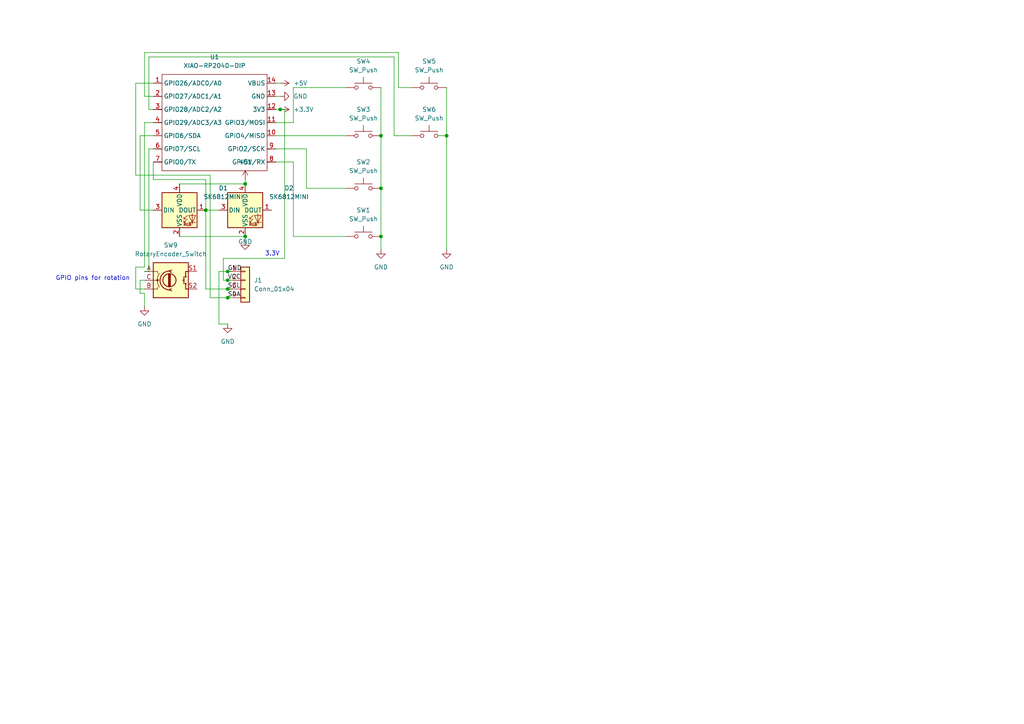
<source format=kicad_sch>
(kicad_sch
	(version 20250114)
	(generator "eeschema")
	(generator_version "9.0")
	(uuid "91f0b259-e73f-488e-b75e-2bf233f2c833")
	(paper "A4")
	(lib_symbols
		(symbol "Connector_Generic:Conn_01x04"
			(pin_names
				(offset 1.016)
				(hide yes)
			)
			(exclude_from_sim no)
			(in_bom yes)
			(on_board yes)
			(property "Reference" "J"
				(at 0 5.08 0)
				(effects
					(font
						(size 1.27 1.27)
					)
				)
			)
			(property "Value" "Conn_01x04"
				(at 0 -7.62 0)
				(effects
					(font
						(size 1.27 1.27)
					)
				)
			)
			(property "Footprint" ""
				(at 0 0 0)
				(effects
					(font
						(size 1.27 1.27)
					)
					(hide yes)
				)
			)
			(property "Datasheet" "~"
				(at 0 0 0)
				(effects
					(font
						(size 1.27 1.27)
					)
					(hide yes)
				)
			)
			(property "Description" "Generic connector, single row, 01x04, script generated (kicad-library-utils/schlib/autogen/connector/)"
				(at 0 0 0)
				(effects
					(font
						(size 1.27 1.27)
					)
					(hide yes)
				)
			)
			(property "ki_keywords" "connector"
				(at 0 0 0)
				(effects
					(font
						(size 1.27 1.27)
					)
					(hide yes)
				)
			)
			(property "ki_fp_filters" "Connector*:*_1x??_*"
				(at 0 0 0)
				(effects
					(font
						(size 1.27 1.27)
					)
					(hide yes)
				)
			)
			(symbol "Conn_01x04_1_1"
				(rectangle
					(start -1.27 3.81)
					(end 1.27 -6.35)
					(stroke
						(width 0.254)
						(type default)
					)
					(fill
						(type background)
					)
				)
				(rectangle
					(start -1.27 2.667)
					(end 0 2.413)
					(stroke
						(width 0.1524)
						(type default)
					)
					(fill
						(type none)
					)
				)
				(rectangle
					(start -1.27 0.127)
					(end 0 -0.127)
					(stroke
						(width 0.1524)
						(type default)
					)
					(fill
						(type none)
					)
				)
				(rectangle
					(start -1.27 -2.413)
					(end 0 -2.667)
					(stroke
						(width 0.1524)
						(type default)
					)
					(fill
						(type none)
					)
				)
				(rectangle
					(start -1.27 -4.953)
					(end 0 -5.207)
					(stroke
						(width 0.1524)
						(type default)
					)
					(fill
						(type none)
					)
				)
				(pin passive line
					(at -5.08 2.54 0)
					(length 3.81)
					(name "Pin_1"
						(effects
							(font
								(size 1.27 1.27)
							)
						)
					)
					(number "1"
						(effects
							(font
								(size 1.27 1.27)
							)
						)
					)
				)
				(pin passive line
					(at -5.08 0 0)
					(length 3.81)
					(name "Pin_2"
						(effects
							(font
								(size 1.27 1.27)
							)
						)
					)
					(number "2"
						(effects
							(font
								(size 1.27 1.27)
							)
						)
					)
				)
				(pin passive line
					(at -5.08 -2.54 0)
					(length 3.81)
					(name "Pin_3"
						(effects
							(font
								(size 1.27 1.27)
							)
						)
					)
					(number "3"
						(effects
							(font
								(size 1.27 1.27)
							)
						)
					)
				)
				(pin passive line
					(at -5.08 -5.08 0)
					(length 3.81)
					(name "Pin_4"
						(effects
							(font
								(size 1.27 1.27)
							)
						)
					)
					(number "4"
						(effects
							(font
								(size 1.27 1.27)
							)
						)
					)
				)
			)
			(embedded_fonts no)
		)
		(symbol "Device:RotaryEncoder_Switch"
			(pin_names
				(offset 0.254)
				(hide yes)
			)
			(exclude_from_sim no)
			(in_bom yes)
			(on_board yes)
			(property "Reference" "SW"
				(at 0 6.604 0)
				(effects
					(font
						(size 1.27 1.27)
					)
				)
			)
			(property "Value" "RotaryEncoder_Switch"
				(at 0 -6.604 0)
				(effects
					(font
						(size 1.27 1.27)
					)
				)
			)
			(property "Footprint" ""
				(at -3.81 4.064 0)
				(effects
					(font
						(size 1.27 1.27)
					)
					(hide yes)
				)
			)
			(property "Datasheet" "~"
				(at 0 6.604 0)
				(effects
					(font
						(size 1.27 1.27)
					)
					(hide yes)
				)
			)
			(property "Description" "Rotary encoder, dual channel, incremental quadrate outputs, with switch"
				(at 0 0 0)
				(effects
					(font
						(size 1.27 1.27)
					)
					(hide yes)
				)
			)
			(property "ki_keywords" "rotary switch encoder switch push button"
				(at 0 0 0)
				(effects
					(font
						(size 1.27 1.27)
					)
					(hide yes)
				)
			)
			(property "ki_fp_filters" "RotaryEncoder*Switch*"
				(at 0 0 0)
				(effects
					(font
						(size 1.27 1.27)
					)
					(hide yes)
				)
			)
			(symbol "RotaryEncoder_Switch_0_1"
				(rectangle
					(start -5.08 5.08)
					(end 5.08 -5.08)
					(stroke
						(width 0.254)
						(type default)
					)
					(fill
						(type background)
					)
				)
				(polyline
					(pts
						(xy -5.08 2.54) (xy -3.81 2.54) (xy -3.81 2.032)
					)
					(stroke
						(width 0)
						(type default)
					)
					(fill
						(type none)
					)
				)
				(polyline
					(pts
						(xy -5.08 0) (xy -3.81 0) (xy -3.81 -1.016) (xy -3.302 -2.032)
					)
					(stroke
						(width 0)
						(type default)
					)
					(fill
						(type none)
					)
				)
				(polyline
					(pts
						(xy -5.08 -2.54) (xy -3.81 -2.54) (xy -3.81 -2.032)
					)
					(stroke
						(width 0)
						(type default)
					)
					(fill
						(type none)
					)
				)
				(polyline
					(pts
						(xy -4.318 0) (xy -3.81 0) (xy -3.81 1.016) (xy -3.302 2.032)
					)
					(stroke
						(width 0)
						(type default)
					)
					(fill
						(type none)
					)
				)
				(circle
					(center -3.81 0)
					(radius 0.254)
					(stroke
						(width 0)
						(type default)
					)
					(fill
						(type outline)
					)
				)
				(polyline
					(pts
						(xy -0.635 -1.778) (xy -0.635 1.778)
					)
					(stroke
						(width 0.254)
						(type default)
					)
					(fill
						(type none)
					)
				)
				(circle
					(center -0.381 0)
					(radius 1.905)
					(stroke
						(width 0.254)
						(type default)
					)
					(fill
						(type none)
					)
				)
				(polyline
					(pts
						(xy -0.381 -1.778) (xy -0.381 1.778)
					)
					(stroke
						(width 0.254)
						(type default)
					)
					(fill
						(type none)
					)
				)
				(arc
					(start -0.381 -2.794)
					(mid -3.0988 -0.0635)
					(end -0.381 2.667)
					(stroke
						(width 0.254)
						(type default)
					)
					(fill
						(type none)
					)
				)
				(polyline
					(pts
						(xy -0.127 1.778) (xy -0.127 -1.778)
					)
					(stroke
						(width 0.254)
						(type default)
					)
					(fill
						(type none)
					)
				)
				(polyline
					(pts
						(xy 0.254 2.921) (xy -0.508 2.667) (xy 0.127 2.286)
					)
					(stroke
						(width 0.254)
						(type default)
					)
					(fill
						(type none)
					)
				)
				(polyline
					(pts
						(xy 0.254 -3.048) (xy -0.508 -2.794) (xy 0.127 -2.413)
					)
					(stroke
						(width 0.254)
						(type default)
					)
					(fill
						(type none)
					)
				)
				(polyline
					(pts
						(xy 3.81 1.016) (xy 3.81 -1.016)
					)
					(stroke
						(width 0.254)
						(type default)
					)
					(fill
						(type none)
					)
				)
				(polyline
					(pts
						(xy 3.81 0) (xy 3.429 0)
					)
					(stroke
						(width 0.254)
						(type default)
					)
					(fill
						(type none)
					)
				)
				(circle
					(center 4.318 1.016)
					(radius 0.127)
					(stroke
						(width 0.254)
						(type default)
					)
					(fill
						(type none)
					)
				)
				(circle
					(center 4.318 -1.016)
					(radius 0.127)
					(stroke
						(width 0.254)
						(type default)
					)
					(fill
						(type none)
					)
				)
				(polyline
					(pts
						(xy 5.08 2.54) (xy 4.318 2.54) (xy 4.318 1.016)
					)
					(stroke
						(width 0.254)
						(type default)
					)
					(fill
						(type none)
					)
				)
				(polyline
					(pts
						(xy 5.08 -2.54) (xy 4.318 -2.54) (xy 4.318 -1.016)
					)
					(stroke
						(width 0.254)
						(type default)
					)
					(fill
						(type none)
					)
				)
			)
			(symbol "RotaryEncoder_Switch_1_1"
				(pin passive line
					(at -7.62 2.54 0)
					(length 2.54)
					(name "A"
						(effects
							(font
								(size 1.27 1.27)
							)
						)
					)
					(number "A"
						(effects
							(font
								(size 1.27 1.27)
							)
						)
					)
				)
				(pin passive line
					(at -7.62 0 0)
					(length 2.54)
					(name "C"
						(effects
							(font
								(size 1.27 1.27)
							)
						)
					)
					(number "C"
						(effects
							(font
								(size 1.27 1.27)
							)
						)
					)
				)
				(pin passive line
					(at -7.62 -2.54 0)
					(length 2.54)
					(name "B"
						(effects
							(font
								(size 1.27 1.27)
							)
						)
					)
					(number "B"
						(effects
							(font
								(size 1.27 1.27)
							)
						)
					)
				)
				(pin passive line
					(at 7.62 2.54 180)
					(length 2.54)
					(name "S1"
						(effects
							(font
								(size 1.27 1.27)
							)
						)
					)
					(number "S1"
						(effects
							(font
								(size 1.27 1.27)
							)
						)
					)
				)
				(pin passive line
					(at 7.62 -2.54 180)
					(length 2.54)
					(name "S2"
						(effects
							(font
								(size 1.27 1.27)
							)
						)
					)
					(number "S2"
						(effects
							(font
								(size 1.27 1.27)
							)
						)
					)
				)
			)
			(embedded_fonts no)
		)
		(symbol "LED:SK6812MINI"
			(pin_names
				(offset 0.254)
			)
			(exclude_from_sim no)
			(in_bom yes)
			(on_board yes)
			(property "Reference" "D"
				(at 5.08 5.715 0)
				(effects
					(font
						(size 1.27 1.27)
					)
					(justify right bottom)
				)
			)
			(property "Value" "SK6812MINI"
				(at 1.27 -5.715 0)
				(effects
					(font
						(size 1.27 1.27)
					)
					(justify left top)
				)
			)
			(property "Footprint" "LED_SMD:LED_SK6812MINI_PLCC4_3.5x3.5mm_P1.75mm"
				(at 1.27 -7.62 0)
				(effects
					(font
						(size 1.27 1.27)
					)
					(justify left top)
					(hide yes)
				)
			)
			(property "Datasheet" "https://cdn-shop.adafruit.com/product-files/2686/SK6812MINI_REV.01-1-2.pdf"
				(at 2.54 -9.525 0)
				(effects
					(font
						(size 1.27 1.27)
					)
					(justify left top)
					(hide yes)
				)
			)
			(property "Description" "RGB LED with integrated controller"
				(at 0 0 0)
				(effects
					(font
						(size 1.27 1.27)
					)
					(hide yes)
				)
			)
			(property "ki_keywords" "RGB LED NeoPixel Mini addressable"
				(at 0 0 0)
				(effects
					(font
						(size 1.27 1.27)
					)
					(hide yes)
				)
			)
			(property "ki_fp_filters" "LED*SK6812MINI*PLCC*3.5x3.5mm*P1.75mm*"
				(at 0 0 0)
				(effects
					(font
						(size 1.27 1.27)
					)
					(hide yes)
				)
			)
			(symbol "SK6812MINI_0_0"
				(text "RGB"
					(at 2.286 -4.191 0)
					(effects
						(font
							(size 0.762 0.762)
						)
					)
				)
			)
			(symbol "SK6812MINI_0_1"
				(polyline
					(pts
						(xy 1.27 -2.54) (xy 1.778 -2.54)
					)
					(stroke
						(width 0)
						(type default)
					)
					(fill
						(type none)
					)
				)
				(polyline
					(pts
						(xy 1.27 -3.556) (xy 1.778 -3.556)
					)
					(stroke
						(width 0)
						(type default)
					)
					(fill
						(type none)
					)
				)
				(polyline
					(pts
						(xy 2.286 -1.524) (xy 1.27 -2.54) (xy 1.27 -2.032)
					)
					(stroke
						(width 0)
						(type default)
					)
					(fill
						(type none)
					)
				)
				(polyline
					(pts
						(xy 2.286 -2.54) (xy 1.27 -3.556) (xy 1.27 -3.048)
					)
					(stroke
						(width 0)
						(type default)
					)
					(fill
						(type none)
					)
				)
				(polyline
					(pts
						(xy 3.683 -1.016) (xy 3.683 -3.556) (xy 3.683 -4.064)
					)
					(stroke
						(width 0)
						(type default)
					)
					(fill
						(type none)
					)
				)
				(polyline
					(pts
						(xy 4.699 -1.524) (xy 2.667 -1.524) (xy 3.683 -3.556) (xy 4.699 -1.524)
					)
					(stroke
						(width 0)
						(type default)
					)
					(fill
						(type none)
					)
				)
				(polyline
					(pts
						(xy 4.699 -3.556) (xy 2.667 -3.556)
					)
					(stroke
						(width 0)
						(type default)
					)
					(fill
						(type none)
					)
				)
				(rectangle
					(start 5.08 5.08)
					(end -5.08 -5.08)
					(stroke
						(width 0.254)
						(type default)
					)
					(fill
						(type background)
					)
				)
			)
			(symbol "SK6812MINI_1_1"
				(pin input line
					(at -7.62 0 0)
					(length 2.54)
					(name "DIN"
						(effects
							(font
								(size 1.27 1.27)
							)
						)
					)
					(number "3"
						(effects
							(font
								(size 1.27 1.27)
							)
						)
					)
				)
				(pin power_in line
					(at 0 7.62 270)
					(length 2.54)
					(name "VDD"
						(effects
							(font
								(size 1.27 1.27)
							)
						)
					)
					(number "4"
						(effects
							(font
								(size 1.27 1.27)
							)
						)
					)
				)
				(pin power_in line
					(at 0 -7.62 90)
					(length 2.54)
					(name "VSS"
						(effects
							(font
								(size 1.27 1.27)
							)
						)
					)
					(number "2"
						(effects
							(font
								(size 1.27 1.27)
							)
						)
					)
				)
				(pin output line
					(at 7.62 0 180)
					(length 2.54)
					(name "DOUT"
						(effects
							(font
								(size 1.27 1.27)
							)
						)
					)
					(number "1"
						(effects
							(font
								(size 1.27 1.27)
							)
						)
					)
				)
			)
			(embedded_fonts no)
		)
		(symbol "OPL Lib:XIAO-RP2040-DIP"
			(exclude_from_sim no)
			(in_bom yes)
			(on_board yes)
			(property "Reference" "U"
				(at 0 0 0)
				(effects
					(font
						(size 1.27 1.27)
					)
				)
			)
			(property "Value" "XIAO-RP2040-DIP"
				(at 5.334 -1.778 0)
				(effects
					(font
						(size 1.27 1.27)
					)
				)
			)
			(property "Footprint" "Module:MOUDLE14P-XIAO-DIP-SMD"
				(at 14.478 -32.258 0)
				(effects
					(font
						(size 1.27 1.27)
					)
					(hide yes)
				)
			)
			(property "Datasheet" ""
				(at 0 0 0)
				(effects
					(font
						(size 1.27 1.27)
					)
					(hide yes)
				)
			)
			(property "Description" ""
				(at 0 0 0)
				(effects
					(font
						(size 1.27 1.27)
					)
					(hide yes)
				)
			)
			(symbol "XIAO-RP2040-DIP_1_0"
				(polyline
					(pts
						(xy -1.27 -2.54) (xy 29.21 -2.54)
					)
					(stroke
						(width 0.1524)
						(type solid)
					)
					(fill
						(type none)
					)
				)
				(polyline
					(pts
						(xy -1.27 -5.08) (xy -2.54 -5.08)
					)
					(stroke
						(width 0.1524)
						(type solid)
					)
					(fill
						(type none)
					)
				)
				(polyline
					(pts
						(xy -1.27 -5.08) (xy -1.27 -2.54)
					)
					(stroke
						(width 0.1524)
						(type solid)
					)
					(fill
						(type none)
					)
				)
				(polyline
					(pts
						(xy -1.27 -8.89) (xy -2.54 -8.89)
					)
					(stroke
						(width 0.1524)
						(type solid)
					)
					(fill
						(type none)
					)
				)
				(polyline
					(pts
						(xy -1.27 -8.89) (xy -1.27 -5.08)
					)
					(stroke
						(width 0.1524)
						(type solid)
					)
					(fill
						(type none)
					)
				)
				(polyline
					(pts
						(xy -1.27 -12.7) (xy -2.54 -12.7)
					)
					(stroke
						(width 0.1524)
						(type solid)
					)
					(fill
						(type none)
					)
				)
				(polyline
					(pts
						(xy -1.27 -12.7) (xy -1.27 -8.89)
					)
					(stroke
						(width 0.1524)
						(type solid)
					)
					(fill
						(type none)
					)
				)
				(polyline
					(pts
						(xy -1.27 -16.51) (xy -2.54 -16.51)
					)
					(stroke
						(width 0.1524)
						(type solid)
					)
					(fill
						(type none)
					)
				)
				(polyline
					(pts
						(xy -1.27 -16.51) (xy -1.27 -12.7)
					)
					(stroke
						(width 0.1524)
						(type solid)
					)
					(fill
						(type none)
					)
				)
				(polyline
					(pts
						(xy -1.27 -20.32) (xy -2.54 -20.32)
					)
					(stroke
						(width 0.1524)
						(type solid)
					)
					(fill
						(type none)
					)
				)
				(polyline
					(pts
						(xy -1.27 -24.13) (xy -2.54 -24.13)
					)
					(stroke
						(width 0.1524)
						(type solid)
					)
					(fill
						(type none)
					)
				)
				(polyline
					(pts
						(xy -1.27 -27.94) (xy -2.54 -27.94)
					)
					(stroke
						(width 0.1524)
						(type solid)
					)
					(fill
						(type none)
					)
				)
				(polyline
					(pts
						(xy -1.27 -30.48) (xy -1.27 -16.51)
					)
					(stroke
						(width 0.1524)
						(type solid)
					)
					(fill
						(type none)
					)
				)
				(polyline
					(pts
						(xy 29.21 -2.54) (xy 29.21 -5.08)
					)
					(stroke
						(width 0.1524)
						(type solid)
					)
					(fill
						(type none)
					)
				)
				(polyline
					(pts
						(xy 29.21 -5.08) (xy 29.21 -8.89)
					)
					(stroke
						(width 0.1524)
						(type solid)
					)
					(fill
						(type none)
					)
				)
				(polyline
					(pts
						(xy 29.21 -8.89) (xy 29.21 -12.7)
					)
					(stroke
						(width 0.1524)
						(type solid)
					)
					(fill
						(type none)
					)
				)
				(polyline
					(pts
						(xy 29.21 -12.7) (xy 29.21 -30.48)
					)
					(stroke
						(width 0.1524)
						(type solid)
					)
					(fill
						(type none)
					)
				)
				(polyline
					(pts
						(xy 29.21 -30.48) (xy -1.27 -30.48)
					)
					(stroke
						(width 0.1524)
						(type solid)
					)
					(fill
						(type none)
					)
				)
				(polyline
					(pts
						(xy 30.48 -5.08) (xy 29.21 -5.08)
					)
					(stroke
						(width 0.1524)
						(type solid)
					)
					(fill
						(type none)
					)
				)
				(polyline
					(pts
						(xy 30.48 -8.89) (xy 29.21 -8.89)
					)
					(stroke
						(width 0.1524)
						(type solid)
					)
					(fill
						(type none)
					)
				)
				(polyline
					(pts
						(xy 30.48 -12.7) (xy 29.21 -12.7)
					)
					(stroke
						(width 0.1524)
						(type solid)
					)
					(fill
						(type none)
					)
				)
				(polyline
					(pts
						(xy 30.48 -16.51) (xy 29.21 -16.51)
					)
					(stroke
						(width 0.1524)
						(type solid)
					)
					(fill
						(type none)
					)
				)
				(polyline
					(pts
						(xy 30.48 -20.32) (xy 29.21 -20.32)
					)
					(stroke
						(width 0.1524)
						(type solid)
					)
					(fill
						(type none)
					)
				)
				(polyline
					(pts
						(xy 30.48 -24.13) (xy 29.21 -24.13)
					)
					(stroke
						(width 0.1524)
						(type solid)
					)
					(fill
						(type none)
					)
				)
				(polyline
					(pts
						(xy 30.48 -27.94) (xy 29.21 -27.94)
					)
					(stroke
						(width 0.1524)
						(type solid)
					)
					(fill
						(type none)
					)
				)
				(pin passive line
					(at -3.81 -5.08 0)
					(length 2.54)
					(name "GPIO26/ADC0/A0"
						(effects
							(font
								(size 1.27 1.27)
							)
						)
					)
					(number "1"
						(effects
							(font
								(size 1.27 1.27)
							)
						)
					)
				)
				(pin passive line
					(at -3.81 -8.89 0)
					(length 2.54)
					(name "GPIO27/ADC1/A1"
						(effects
							(font
								(size 1.27 1.27)
							)
						)
					)
					(number "2"
						(effects
							(font
								(size 1.27 1.27)
							)
						)
					)
				)
				(pin passive line
					(at -3.81 -12.7 0)
					(length 2.54)
					(name "GPIO28/ADC2/A2"
						(effects
							(font
								(size 1.27 1.27)
							)
						)
					)
					(number "3"
						(effects
							(font
								(size 1.27 1.27)
							)
						)
					)
				)
				(pin passive line
					(at -3.81 -16.51 0)
					(length 2.54)
					(name "GPIO29/ADC3/A3"
						(effects
							(font
								(size 1.27 1.27)
							)
						)
					)
					(number "4"
						(effects
							(font
								(size 1.27 1.27)
							)
						)
					)
				)
				(pin passive line
					(at -3.81 -20.32 0)
					(length 2.54)
					(name "GPIO6/SDA"
						(effects
							(font
								(size 1.27 1.27)
							)
						)
					)
					(number "5"
						(effects
							(font
								(size 1.27 1.27)
							)
						)
					)
				)
				(pin passive line
					(at -3.81 -24.13 0)
					(length 2.54)
					(name "GPIO7/SCL"
						(effects
							(font
								(size 1.27 1.27)
							)
						)
					)
					(number "6"
						(effects
							(font
								(size 1.27 1.27)
							)
						)
					)
				)
				(pin passive line
					(at -3.81 -27.94 0)
					(length 2.54)
					(name "GPIO0/TX"
						(effects
							(font
								(size 1.27 1.27)
							)
						)
					)
					(number "7"
						(effects
							(font
								(size 1.27 1.27)
							)
						)
					)
				)
				(pin passive line
					(at 31.75 -5.08 180)
					(length 2.54)
					(name "VBUS"
						(effects
							(font
								(size 1.27 1.27)
							)
						)
					)
					(number "14"
						(effects
							(font
								(size 1.27 1.27)
							)
						)
					)
				)
				(pin passive line
					(at 31.75 -8.89 180)
					(length 2.54)
					(name "GND"
						(effects
							(font
								(size 1.27 1.27)
							)
						)
					)
					(number "13"
						(effects
							(font
								(size 1.27 1.27)
							)
						)
					)
				)
				(pin passive line
					(at 31.75 -12.7 180)
					(length 2.54)
					(name "3V3"
						(effects
							(font
								(size 1.27 1.27)
							)
						)
					)
					(number "12"
						(effects
							(font
								(size 1.27 1.27)
							)
						)
					)
				)
				(pin passive line
					(at 31.75 -16.51 180)
					(length 2.54)
					(name "GPIO3/MOSI"
						(effects
							(font
								(size 1.27 1.27)
							)
						)
					)
					(number "11"
						(effects
							(font
								(size 1.27 1.27)
							)
						)
					)
				)
				(pin passive line
					(at 31.75 -20.32 180)
					(length 2.54)
					(name "GPIO4/MISO"
						(effects
							(font
								(size 1.27 1.27)
							)
						)
					)
					(number "10"
						(effects
							(font
								(size 1.27 1.27)
							)
						)
					)
				)
				(pin passive line
					(at 31.75 -24.13 180)
					(length 2.54)
					(name "GPIO2/SCK"
						(effects
							(font
								(size 1.27 1.27)
							)
						)
					)
					(number "9"
						(effects
							(font
								(size 1.27 1.27)
							)
						)
					)
				)
				(pin passive line
					(at 31.75 -27.94 180)
					(length 2.54)
					(name "GPIO1/RX"
						(effects
							(font
								(size 1.27 1.27)
							)
						)
					)
					(number "8"
						(effects
							(font
								(size 1.27 1.27)
							)
						)
					)
				)
			)
			(embedded_fonts no)
		)
		(symbol "Switch:SW_Push"
			(pin_numbers
				(hide yes)
			)
			(pin_names
				(offset 1.016)
				(hide yes)
			)
			(exclude_from_sim no)
			(in_bom yes)
			(on_board yes)
			(property "Reference" "SW"
				(at 1.27 2.54 0)
				(effects
					(font
						(size 1.27 1.27)
					)
					(justify left)
				)
			)
			(property "Value" "SW_Push"
				(at 0 -1.524 0)
				(effects
					(font
						(size 1.27 1.27)
					)
				)
			)
			(property "Footprint" ""
				(at 0 5.08 0)
				(effects
					(font
						(size 1.27 1.27)
					)
					(hide yes)
				)
			)
			(property "Datasheet" "~"
				(at 0 5.08 0)
				(effects
					(font
						(size 1.27 1.27)
					)
					(hide yes)
				)
			)
			(property "Description" "Push button switch, generic, two pins"
				(at 0 0 0)
				(effects
					(font
						(size 1.27 1.27)
					)
					(hide yes)
				)
			)
			(property "ki_keywords" "switch normally-open pushbutton push-button"
				(at 0 0 0)
				(effects
					(font
						(size 1.27 1.27)
					)
					(hide yes)
				)
			)
			(symbol "SW_Push_0_1"
				(circle
					(center -2.032 0)
					(radius 0.508)
					(stroke
						(width 0)
						(type default)
					)
					(fill
						(type none)
					)
				)
				(polyline
					(pts
						(xy 0 1.27) (xy 0 3.048)
					)
					(stroke
						(width 0)
						(type default)
					)
					(fill
						(type none)
					)
				)
				(circle
					(center 2.032 0)
					(radius 0.508)
					(stroke
						(width 0)
						(type default)
					)
					(fill
						(type none)
					)
				)
				(polyline
					(pts
						(xy 2.54 1.27) (xy -2.54 1.27)
					)
					(stroke
						(width 0)
						(type default)
					)
					(fill
						(type none)
					)
				)
				(pin passive line
					(at -5.08 0 0)
					(length 2.54)
					(name "1"
						(effects
							(font
								(size 1.27 1.27)
							)
						)
					)
					(number "1"
						(effects
							(font
								(size 1.27 1.27)
							)
						)
					)
				)
				(pin passive line
					(at 5.08 0 180)
					(length 2.54)
					(name "2"
						(effects
							(font
								(size 1.27 1.27)
							)
						)
					)
					(number "2"
						(effects
							(font
								(size 1.27 1.27)
							)
						)
					)
				)
			)
			(embedded_fonts no)
		)
		(symbol "power:+3.3V"
			(power)
			(pin_numbers
				(hide yes)
			)
			(pin_names
				(offset 0)
				(hide yes)
			)
			(exclude_from_sim no)
			(in_bom yes)
			(on_board yes)
			(property "Reference" "#PWR"
				(at 0 -3.81 0)
				(effects
					(font
						(size 1.27 1.27)
					)
					(hide yes)
				)
			)
			(property "Value" "+3.3V"
				(at 0 3.556 0)
				(effects
					(font
						(size 1.27 1.27)
					)
				)
			)
			(property "Footprint" ""
				(at 0 0 0)
				(effects
					(font
						(size 1.27 1.27)
					)
					(hide yes)
				)
			)
			(property "Datasheet" ""
				(at 0 0 0)
				(effects
					(font
						(size 1.27 1.27)
					)
					(hide yes)
				)
			)
			(property "Description" "Power symbol creates a global label with name \"+3.3V\""
				(at 0 0 0)
				(effects
					(font
						(size 1.27 1.27)
					)
					(hide yes)
				)
			)
			(property "ki_keywords" "global power"
				(at 0 0 0)
				(effects
					(font
						(size 1.27 1.27)
					)
					(hide yes)
				)
			)
			(symbol "+3.3V_0_1"
				(polyline
					(pts
						(xy -0.762 1.27) (xy 0 2.54)
					)
					(stroke
						(width 0)
						(type default)
					)
					(fill
						(type none)
					)
				)
				(polyline
					(pts
						(xy 0 2.54) (xy 0.762 1.27)
					)
					(stroke
						(width 0)
						(type default)
					)
					(fill
						(type none)
					)
				)
				(polyline
					(pts
						(xy 0 0) (xy 0 2.54)
					)
					(stroke
						(width 0)
						(type default)
					)
					(fill
						(type none)
					)
				)
			)
			(symbol "+3.3V_1_1"
				(pin power_in line
					(at 0 0 90)
					(length 0)
					(name "~"
						(effects
							(font
								(size 1.27 1.27)
							)
						)
					)
					(number "1"
						(effects
							(font
								(size 1.27 1.27)
							)
						)
					)
				)
			)
			(embedded_fonts no)
		)
		(symbol "power:+5V"
			(power)
			(pin_numbers
				(hide yes)
			)
			(pin_names
				(offset 0)
				(hide yes)
			)
			(exclude_from_sim no)
			(in_bom yes)
			(on_board yes)
			(property "Reference" "#PWR"
				(at 0 -3.81 0)
				(effects
					(font
						(size 1.27 1.27)
					)
					(hide yes)
				)
			)
			(property "Value" "+5V"
				(at 0 3.556 0)
				(effects
					(font
						(size 1.27 1.27)
					)
				)
			)
			(property "Footprint" ""
				(at 0 0 0)
				(effects
					(font
						(size 1.27 1.27)
					)
					(hide yes)
				)
			)
			(property "Datasheet" ""
				(at 0 0 0)
				(effects
					(font
						(size 1.27 1.27)
					)
					(hide yes)
				)
			)
			(property "Description" "Power symbol creates a global label with name \"+5V\""
				(at 0 0 0)
				(effects
					(font
						(size 1.27 1.27)
					)
					(hide yes)
				)
			)
			(property "ki_keywords" "global power"
				(at 0 0 0)
				(effects
					(font
						(size 1.27 1.27)
					)
					(hide yes)
				)
			)
			(symbol "+5V_0_1"
				(polyline
					(pts
						(xy -0.762 1.27) (xy 0 2.54)
					)
					(stroke
						(width 0)
						(type default)
					)
					(fill
						(type none)
					)
				)
				(polyline
					(pts
						(xy 0 2.54) (xy 0.762 1.27)
					)
					(stroke
						(width 0)
						(type default)
					)
					(fill
						(type none)
					)
				)
				(polyline
					(pts
						(xy 0 0) (xy 0 2.54)
					)
					(stroke
						(width 0)
						(type default)
					)
					(fill
						(type none)
					)
				)
			)
			(symbol "+5V_1_1"
				(pin power_in line
					(at 0 0 90)
					(length 0)
					(name "~"
						(effects
							(font
								(size 1.27 1.27)
							)
						)
					)
					(number "1"
						(effects
							(font
								(size 1.27 1.27)
							)
						)
					)
				)
			)
			(embedded_fonts no)
		)
		(symbol "power:GND"
			(power)
			(pin_numbers
				(hide yes)
			)
			(pin_names
				(offset 0)
				(hide yes)
			)
			(exclude_from_sim no)
			(in_bom yes)
			(on_board yes)
			(property "Reference" "#PWR"
				(at 0 -6.35 0)
				(effects
					(font
						(size 1.27 1.27)
					)
					(hide yes)
				)
			)
			(property "Value" "GND"
				(at 0 -3.81 0)
				(effects
					(font
						(size 1.27 1.27)
					)
				)
			)
			(property "Footprint" ""
				(at 0 0 0)
				(effects
					(font
						(size 1.27 1.27)
					)
					(hide yes)
				)
			)
			(property "Datasheet" ""
				(at 0 0 0)
				(effects
					(font
						(size 1.27 1.27)
					)
					(hide yes)
				)
			)
			(property "Description" "Power symbol creates a global label with name \"GND\" , ground"
				(at 0 0 0)
				(effects
					(font
						(size 1.27 1.27)
					)
					(hide yes)
				)
			)
			(property "ki_keywords" "global power"
				(at 0 0 0)
				(effects
					(font
						(size 1.27 1.27)
					)
					(hide yes)
				)
			)
			(symbol "GND_0_1"
				(polyline
					(pts
						(xy 0 0) (xy 0 -1.27) (xy 1.27 -1.27) (xy 0 -2.54) (xy -1.27 -1.27) (xy 0 -1.27)
					)
					(stroke
						(width 0)
						(type default)
					)
					(fill
						(type none)
					)
				)
			)
			(symbol "GND_1_1"
				(pin power_in line
					(at 0 0 270)
					(length 0)
					(name "~"
						(effects
							(font
								(size 1.27 1.27)
							)
						)
					)
					(number "1"
						(effects
							(font
								(size 1.27 1.27)
							)
						)
					)
				)
			)
			(embedded_fonts no)
		)
	)
	(text "GPIO pins for rotation"
		(exclude_from_sim no)
		(at 26.924 80.772 0)
		(effects
			(font
				(size 1.27 1.27)
			)
		)
		(uuid "25fa67a8-69ea-4ffd-8477-887bcf6c48d9")
	)
	(text "3.3V"
		(exclude_from_sim no)
		(at 78.994 73.66 0)
		(effects
			(font
				(size 1.27 1.27)
			)
		)
		(uuid "3dee65fd-d870-44a5-a8ca-6fec0a73009c")
	)
	(junction
		(at 66.04 83.82)
		(diameter 0)
		(color 0 0 0 0)
		(uuid "0b775be2-4856-4b21-a3e3-e6e76bc9651f")
	)
	(junction
		(at 66.04 78.74)
		(diameter 0)
		(color 0 0 0 0)
		(uuid "15778969-9826-4336-8f9f-6e28d54a6afe")
	)
	(junction
		(at 110.49 68.58)
		(diameter 0)
		(color 0 0 0 0)
		(uuid "18c576a6-7c9c-4338-8c3f-ba12073f9b32")
	)
	(junction
		(at 66.04 81.28)
		(diameter 0)
		(color 0 0 0 0)
		(uuid "30a81bcf-633d-43ad-9362-99de04d47f8a")
	)
	(junction
		(at 110.49 39.37)
		(diameter 0)
		(color 0 0 0 0)
		(uuid "31859cf2-20a7-4daf-9544-f26463f4448e")
	)
	(junction
		(at 66.04 86.36)
		(diameter 0)
		(color 0 0 0 0)
		(uuid "435f52b0-c38b-476b-a093-61370b4e4ec3")
	)
	(junction
		(at 110.49 54.61)
		(diameter 0)
		(color 0 0 0 0)
		(uuid "77911b1c-7b9c-455a-906d-c9361c65d02f")
	)
	(junction
		(at 81.28 31.75)
		(diameter 0)
		(color 0 0 0 0)
		(uuid "82de6f16-80c2-471c-ba05-1afb23216499")
	)
	(junction
		(at 71.12 53.34)
		(diameter 0)
		(color 0 0 0 0)
		(uuid "9a541623-3abf-486e-beba-55aa3facbaf8")
	)
	(junction
		(at 59.69 60.96)
		(diameter 0)
		(color 0 0 0 0)
		(uuid "de6ec0cc-b26a-4cf2-ab40-ab6892352ba5")
	)
	(junction
		(at 71.12 68.58)
		(diameter 0)
		(color 0 0 0 0)
		(uuid "f16e6405-6d88-46a3-98e1-5493e3f08209")
	)
	(junction
		(at 129.54 39.37)
		(diameter 0)
		(color 0 0 0 0)
		(uuid "faf7dab7-8ec0-40b1-a15c-2c24d3b0dc51")
	)
	(wire
		(pts
			(xy 110.49 25.4) (xy 110.49 39.37)
		)
		(stroke
			(width 0)
			(type default)
		)
		(uuid "0bd79175-446e-43a4-bdbb-80ee2b81fa4a")
	)
	(wire
		(pts
			(xy 59.69 60.96) (xy 63.5 60.96)
		)
		(stroke
			(width 0)
			(type default)
		)
		(uuid "0f62f77f-daf9-46e0-902b-0f766697a7dd")
	)
	(wire
		(pts
			(xy 71.12 52.07) (xy 71.12 53.34)
		)
		(stroke
			(width 0)
			(type default)
		)
		(uuid "13cd7254-681e-4dd8-9b0c-daee0e5c82df")
	)
	(wire
		(pts
			(xy 119.38 39.37) (xy 114.3 39.37)
		)
		(stroke
			(width 0)
			(type default)
		)
		(uuid "17b3b0be-58e3-4f63-9d51-8ac7dd4aaa58")
	)
	(wire
		(pts
			(xy 40.64 81.28) (xy 41.91 81.28)
		)
		(stroke
			(width 0)
			(type default)
		)
		(uuid "188fe697-f411-4062-a8b5-1c313686632f")
	)
	(wire
		(pts
			(xy 80.01 24.13) (xy 81.28 24.13)
		)
		(stroke
			(width 0)
			(type default)
		)
		(uuid "1cc6717b-a17d-4244-93b8-149629b8ff20")
	)
	(wire
		(pts
			(xy 44.45 35.56) (xy 41.91 35.56)
		)
		(stroke
			(width 0)
			(type default)
		)
		(uuid "2384d6f6-aaf0-4c8c-b16f-be499c0da5cd")
	)
	(wire
		(pts
			(xy 39.37 77.47) (xy 39.37 83.82)
		)
		(stroke
			(width 0)
			(type default)
		)
		(uuid "2a41b265-b19b-43a7-8b59-94c85b4f828e")
	)
	(wire
		(pts
			(xy 66.04 78.74) (xy 63.5 78.74)
		)
		(stroke
			(width 0)
			(type default)
		)
		(uuid "2adf2e01-951d-4a31-b75c-75e61118c8cb")
	)
	(wire
		(pts
			(xy 80.01 43.18) (xy 88.9 43.18)
		)
		(stroke
			(width 0)
			(type default)
		)
		(uuid "334605a7-30fb-473a-867a-8d8025ff84b3")
	)
	(wire
		(pts
			(xy 44.45 60.96) (xy 40.64 60.96)
		)
		(stroke
			(width 0)
			(type default)
		)
		(uuid "380659e0-fdad-4e68-9226-b430dd73dd82")
	)
	(wire
		(pts
			(xy 67.31 83.82) (xy 66.04 83.82)
		)
		(stroke
			(width 0)
			(type default)
		)
		(uuid "393a104b-6faf-4e7a-9176-af2de772f68e")
	)
	(wire
		(pts
			(xy 114.3 39.37) (xy 114.3 16.51)
		)
		(stroke
			(width 0)
			(type default)
		)
		(uuid "3a7bd1cc-4601-4682-a163-8427734175bb")
	)
	(wire
		(pts
			(xy 66.04 81.28) (xy 64.77 81.28)
		)
		(stroke
			(width 0)
			(type default)
		)
		(uuid "3cc86135-1375-4f08-bc96-bbc3ffbf6eeb")
	)
	(wire
		(pts
			(xy 110.49 72.39) (xy 110.49 68.58)
		)
		(stroke
			(width 0)
			(type default)
		)
		(uuid "3d0cf1b0-2458-4f21-8f60-a29dac630f9e")
	)
	(wire
		(pts
			(xy 85.09 68.58) (xy 85.09 46.99)
		)
		(stroke
			(width 0)
			(type default)
		)
		(uuid "3dcc6253-5d22-4b02-9ec4-3f471d2edb56")
	)
	(wire
		(pts
			(xy 41.91 35.56) (xy 41.91 77.47)
		)
		(stroke
			(width 0)
			(type default)
		)
		(uuid "42723612-b558-41a6-81df-0e0d8cf4732c")
	)
	(wire
		(pts
			(xy 82.55 31.75) (xy 81.28 31.75)
		)
		(stroke
			(width 0)
			(type default)
		)
		(uuid "47197238-2f50-4191-9118-19c6de5d7ebe")
	)
	(wire
		(pts
			(xy 44.45 52.07) (xy 44.45 46.99)
		)
		(stroke
			(width 0)
			(type default)
		)
		(uuid "4ebd5400-5d23-48f0-b6c3-b8909ebffa10")
	)
	(wire
		(pts
			(xy 115.57 25.4) (xy 115.57 15.24)
		)
		(stroke
			(width 0)
			(type default)
		)
		(uuid "51ef79b5-1c70-4972-b84b-40dacac69bfb")
	)
	(wire
		(pts
			(xy 60.96 50.8) (xy 39.37 50.8)
		)
		(stroke
			(width 0)
			(type default)
		)
		(uuid "55d7ab81-5c1a-47e2-bb65-17e668f07a2d")
	)
	(wire
		(pts
			(xy 100.33 68.58) (xy 85.09 68.58)
		)
		(stroke
			(width 0)
			(type default)
		)
		(uuid "586d8b05-4a17-4895-bee0-b160c6e27135")
	)
	(wire
		(pts
			(xy 127 39.37) (xy 129.54 39.37)
		)
		(stroke
			(width 0)
			(type default)
		)
		(uuid "5b432c40-b3d7-4ac9-b017-90952c73726a")
	)
	(wire
		(pts
			(xy 39.37 24.13) (xy 44.45 24.13)
		)
		(stroke
			(width 0)
			(type default)
		)
		(uuid "5c2055cb-9d50-463f-a086-fb50926880ee")
	)
	(wire
		(pts
			(xy 43.18 78.74) (xy 41.91 78.74)
		)
		(stroke
			(width 0)
			(type default)
		)
		(uuid "63e67bb0-3992-4346-a3ca-052c3b59f9f7")
	)
	(wire
		(pts
			(xy 43.18 43.18) (xy 43.18 78.74)
		)
		(stroke
			(width 0)
			(type default)
		)
		(uuid "64b5c34b-f8f1-495a-b8c1-20087a0d57f6")
	)
	(wire
		(pts
			(xy 66.04 86.36) (xy 60.96 86.36)
		)
		(stroke
			(width 0)
			(type default)
		)
		(uuid "66ebbccf-3f52-419f-8123-1a22ca466bc3")
	)
	(wire
		(pts
			(xy 66.04 83.82) (xy 59.69 83.82)
		)
		(stroke
			(width 0)
			(type default)
		)
		(uuid "6eb5cd7f-a173-491b-8521-78b7e48fc465")
	)
	(wire
		(pts
			(xy 110.49 54.61) (xy 110.49 68.58)
		)
		(stroke
			(width 0)
			(type default)
		)
		(uuid "70e3e80d-c78c-4ac7-a92e-dbeba3a53119")
	)
	(wire
		(pts
			(xy 114.3 16.51) (xy 43.18 16.51)
		)
		(stroke
			(width 0)
			(type default)
		)
		(uuid "77136f80-1333-4ef2-b6cd-0e441aaae67b")
	)
	(wire
		(pts
			(xy 64.77 81.28) (xy 64.77 74.93)
		)
		(stroke
			(width 0)
			(type default)
		)
		(uuid "79c19bc1-5c2d-47b2-bfdb-5ee99e5ee248")
	)
	(wire
		(pts
			(xy 41.91 77.47) (xy 39.37 77.47)
		)
		(stroke
			(width 0)
			(type default)
		)
		(uuid "8002c9db-b3d6-4beb-b959-4b8954c78452")
	)
	(wire
		(pts
			(xy 59.69 60.96) (xy 59.69 83.82)
		)
		(stroke
			(width 0)
			(type default)
		)
		(uuid "8079fd63-31d5-4593-a880-d68635bbfdc9")
	)
	(wire
		(pts
			(xy 40.64 60.96) (xy 40.64 39.37)
		)
		(stroke
			(width 0)
			(type default)
		)
		(uuid "8200bf84-9577-4e4d-80b9-1fa16278985a")
	)
	(wire
		(pts
			(xy 80.01 39.37) (xy 100.33 39.37)
		)
		(stroke
			(width 0)
			(type default)
		)
		(uuid "88d0f29e-359c-44b6-847d-1a22740840a9")
	)
	(wire
		(pts
			(xy 129.54 39.37) (xy 129.54 72.39)
		)
		(stroke
			(width 0)
			(type default)
		)
		(uuid "89bd86e9-35b3-4be9-8933-e5080c5b0ca3")
	)
	(wire
		(pts
			(xy 119.38 25.4) (xy 115.57 25.4)
		)
		(stroke
			(width 0)
			(type default)
		)
		(uuid "8a64f2dc-e784-4961-900f-4a848d2de652")
	)
	(wire
		(pts
			(xy 115.57 15.24) (xy 41.91 15.24)
		)
		(stroke
			(width 0)
			(type default)
		)
		(uuid "8d246628-fec3-4404-8015-174516b64252")
	)
	(wire
		(pts
			(xy 41.91 85.09) (xy 41.91 88.9)
		)
		(stroke
			(width 0)
			(type default)
		)
		(uuid "8d3e3f70-2614-4c5f-9b78-f7b84309248e")
	)
	(wire
		(pts
			(xy 67.31 86.36) (xy 66.04 86.36)
		)
		(stroke
			(width 0)
			(type default)
		)
		(uuid "8f29eb63-c539-403b-8b39-35c6f7698955")
	)
	(wire
		(pts
			(xy 41.91 85.09) (xy 40.64 85.09)
		)
		(stroke
			(width 0)
			(type default)
		)
		(uuid "9088606e-441c-455b-978f-fd50bdbfa524")
	)
	(wire
		(pts
			(xy 64.77 74.93) (xy 82.55 74.93)
		)
		(stroke
			(width 0)
			(type default)
		)
		(uuid "93440459-7a34-4b8c-94bb-b47689c61529")
	)
	(wire
		(pts
			(xy 59.69 52.07) (xy 44.45 52.07)
		)
		(stroke
			(width 0)
			(type default)
		)
		(uuid "96dd4422-6639-432e-81e8-ceda117cdf68")
	)
	(wire
		(pts
			(xy 85.09 35.56) (xy 80.01 35.56)
		)
		(stroke
			(width 0)
			(type default)
		)
		(uuid "97e4fbc4-b760-4e24-b3e9-a6ba06de395d")
	)
	(wire
		(pts
			(xy 100.33 25.4) (xy 85.09 25.4)
		)
		(stroke
			(width 0)
			(type default)
		)
		(uuid "984514a5-de23-4892-8daa-2d52a3758256")
	)
	(wire
		(pts
			(xy 40.64 39.37) (xy 44.45 39.37)
		)
		(stroke
			(width 0)
			(type default)
		)
		(uuid "9f00037e-d7ab-45fe-b703-e071383cab13")
	)
	(wire
		(pts
			(xy 39.37 83.82) (xy 41.91 83.82)
		)
		(stroke
			(width 0)
			(type default)
		)
		(uuid "a0fd4051-011a-4cf9-b2e7-6737d2af6f76")
	)
	(wire
		(pts
			(xy 59.69 52.07) (xy 59.69 60.96)
		)
		(stroke
			(width 0)
			(type default)
		)
		(uuid "a1695c07-c406-475b-952d-f14ed6d3ba5b")
	)
	(wire
		(pts
			(xy 67.31 81.28) (xy 66.04 81.28)
		)
		(stroke
			(width 0)
			(type default)
		)
		(uuid "a87e7a77-045b-463c-b350-ca5fc3874df4")
	)
	(wire
		(pts
			(xy 41.91 27.94) (xy 44.45 27.94)
		)
		(stroke
			(width 0)
			(type default)
		)
		(uuid "aa6c54ec-a0e8-49e4-9958-01d4e1cfac16")
	)
	(wire
		(pts
			(xy 63.5 78.74) (xy 63.5 93.98)
		)
		(stroke
			(width 0)
			(type default)
		)
		(uuid "ad4bdc3a-1b7b-4d0d-a4e9-6abf11a4ea62")
	)
	(wire
		(pts
			(xy 40.64 85.09) (xy 40.64 81.28)
		)
		(stroke
			(width 0)
			(type default)
		)
		(uuid "afcb657c-bbb6-4d92-b661-5c7d86d7284e")
	)
	(wire
		(pts
			(xy 85.09 25.4) (xy 85.09 35.56)
		)
		(stroke
			(width 0)
			(type default)
		)
		(uuid "b82589f4-fd86-46bc-a2ae-81528d0a12f3")
	)
	(wire
		(pts
			(xy 43.18 31.75) (xy 44.45 31.75)
		)
		(stroke
			(width 0)
			(type default)
		)
		(uuid "bc3015df-c03c-4433-a706-d01179540592")
	)
	(wire
		(pts
			(xy 81.28 31.75) (xy 80.01 31.75)
		)
		(stroke
			(width 0)
			(type default)
		)
		(uuid "c50a7f2e-ade8-45aa-8103-c7b4d99309a5")
	)
	(wire
		(pts
			(xy 60.96 86.36) (xy 60.96 50.8)
		)
		(stroke
			(width 0)
			(type default)
		)
		(uuid "c8a1ddee-f7f4-402c-8e67-81609f1f1b07")
	)
	(wire
		(pts
			(xy 85.09 46.99) (xy 80.01 46.99)
		)
		(stroke
			(width 0)
			(type default)
		)
		(uuid "cb11229e-3ae8-4888-8bf9-16463ca03e76")
	)
	(wire
		(pts
			(xy 43.18 16.51) (xy 43.18 31.75)
		)
		(stroke
			(width 0)
			(type default)
		)
		(uuid "cbe084be-c89c-463a-a92b-7cf095c6d03a")
	)
	(wire
		(pts
			(xy 100.33 54.61) (xy 88.9 54.61)
		)
		(stroke
			(width 0)
			(type default)
		)
		(uuid "cc9add07-2b62-4d53-bb11-1601654e0246")
	)
	(wire
		(pts
			(xy 44.45 43.18) (xy 43.18 43.18)
		)
		(stroke
			(width 0)
			(type default)
		)
		(uuid "ceec72b8-9b8e-48a6-96ca-2887bb93ae43")
	)
	(wire
		(pts
			(xy 129.54 25.4) (xy 129.54 39.37)
		)
		(stroke
			(width 0)
			(type default)
		)
		(uuid "d2bfa625-73ce-4c52-86e0-7cbdd8878bad")
	)
	(wire
		(pts
			(xy 82.55 74.93) (xy 82.55 31.75)
		)
		(stroke
			(width 0)
			(type default)
		)
		(uuid "d5371ea0-71dd-4dbb-ae12-2f7a31a5b415")
	)
	(wire
		(pts
			(xy 52.07 68.58) (xy 71.12 68.58)
		)
		(stroke
			(width 0)
			(type default)
		)
		(uuid "d80d5ff9-cc12-4378-8617-190b9fc85b0a")
	)
	(wire
		(pts
			(xy 71.12 68.58) (xy 71.12 69.85)
		)
		(stroke
			(width 0)
			(type default)
		)
		(uuid "dbc4fd7b-749c-48b3-ac2a-da84cac9e3be")
	)
	(wire
		(pts
			(xy 67.31 78.74) (xy 66.04 78.74)
		)
		(stroke
			(width 0)
			(type default)
		)
		(uuid "dcfb0a2b-6cde-4661-b708-d7c3f918688c")
	)
	(wire
		(pts
			(xy 88.9 54.61) (xy 88.9 43.18)
		)
		(stroke
			(width 0)
			(type default)
		)
		(uuid "e24cc97c-5fbb-42fd-9bc7-a97471d22126")
	)
	(wire
		(pts
			(xy 39.37 50.8) (xy 39.37 24.13)
		)
		(stroke
			(width 0)
			(type default)
		)
		(uuid "e5c2633b-614e-4320-9bfb-800ba875699c")
	)
	(wire
		(pts
			(xy 80.01 27.94) (xy 81.28 27.94)
		)
		(stroke
			(width 0)
			(type default)
		)
		(uuid "e80aeff0-2c04-490f-81be-e8a0bdaae937")
	)
	(wire
		(pts
			(xy 41.91 15.24) (xy 41.91 27.94)
		)
		(stroke
			(width 0)
			(type default)
		)
		(uuid "ecaa0e28-ae30-4f25-8ffe-427b1861a18f")
	)
	(wire
		(pts
			(xy 52.07 53.34) (xy 71.12 53.34)
		)
		(stroke
			(width 0)
			(type default)
		)
		(uuid "f3b4f90f-e693-4822-990d-2d80c033b247")
	)
	(wire
		(pts
			(xy 110.49 39.37) (xy 110.49 54.61)
		)
		(stroke
			(width 0)
			(type default)
		)
		(uuid "f523524b-00a5-4f2a-a152-ceaa23e1a508")
	)
	(wire
		(pts
			(xy 63.5 93.98) (xy 66.04 93.98)
		)
		(stroke
			(width 0)
			(type default)
		)
		(uuid "ffcf7027-3615-48e9-aff9-b2aa94b4db72")
	)
	(label "SDA"
		(at 66.04 86.36 0)
		(effects
			(font
				(size 1.27 1.27)
			)
			(justify left bottom)
		)
		(uuid "110e3617-b019-4e54-863c-5ba24957f073")
	)
	(label "GND"
		(at 66.04 78.74 0)
		(effects
			(font
				(size 1.27 1.27)
			)
			(justify left bottom)
		)
		(uuid "19f329a5-441f-4219-b315-1fc85f03456c")
	)
	(label "SCL"
		(at 66.04 83.82 0)
		(effects
			(font
				(size 1.27 1.27)
			)
			(justify left bottom)
		)
		(uuid "702a9724-0ccf-4d33-9086-62a3c8213fb6")
	)
	(label "VCC"
		(at 66.04 81.28 0)
		(effects
			(font
				(size 1.27 1.27)
			)
			(justify left bottom)
		)
		(uuid "944859e1-f518-430b-a8f5-b9b31a8974c6")
	)
	(symbol
		(lib_id "power:GND")
		(at 81.28 27.94 90)
		(unit 1)
		(exclude_from_sim no)
		(in_bom yes)
		(on_board yes)
		(dnp no)
		(fields_autoplaced yes)
		(uuid "0062889a-b0b6-4462-bbc2-730bb04b1afd")
		(property "Reference" "#PWR03"
			(at 87.63 27.94 0)
			(effects
				(font
					(size 1.27 1.27)
				)
				(hide yes)
			)
		)
		(property "Value" "GND"
			(at 85.09 27.9399 90)
			(effects
				(font
					(size 1.27 1.27)
				)
				(justify right)
			)
		)
		(property "Footprint" ""
			(at 81.28 27.94 0)
			(effects
				(font
					(size 1.27 1.27)
				)
				(hide yes)
			)
		)
		(property "Datasheet" ""
			(at 81.28 27.94 0)
			(effects
				(font
					(size 1.27 1.27)
				)
				(hide yes)
			)
		)
		(property "Description" "Power symbol creates a global label with name \"GND\" , ground"
			(at 81.28 27.94 0)
			(effects
				(font
					(size 1.27 1.27)
				)
				(hide yes)
			)
		)
		(pin "1"
			(uuid "edd226f7-e776-44ad-b006-9a779eee5e56")
		)
		(instances
			(project ""
				(path "/91f0b259-e73f-488e-b75e-2bf233f2c833"
					(reference "#PWR03")
					(unit 1)
				)
			)
		)
	)
	(symbol
		(lib_id "Device:RotaryEncoder_Switch")
		(at 49.53 81.28 0)
		(unit 1)
		(exclude_from_sim no)
		(in_bom yes)
		(on_board yes)
		(dnp no)
		(fields_autoplaced yes)
		(uuid "0425b545-04f2-4946-8af3-81747888fb4f")
		(property "Reference" "SW9"
			(at 49.53 71.12 0)
			(effects
				(font
					(size 1.27 1.27)
				)
			)
		)
		(property "Value" "RotaryEncoder_Switch"
			(at 49.53 73.66 0)
			(effects
				(font
					(size 1.27 1.27)
				)
			)
		)
		(property "Footprint" "Rotary_Encoder:RotaryEncoder_Alps_EC11E-Switch_Vertical_H20mm"
			(at 45.72 77.216 0)
			(effects
				(font
					(size 1.27 1.27)
				)
				(hide yes)
			)
		)
		(property "Datasheet" "~"
			(at 49.53 74.676 0)
			(effects
				(font
					(size 1.27 1.27)
				)
				(hide yes)
			)
		)
		(property "Description" "Rotary encoder, dual channel, incremental quadrate outputs, with switch"
			(at 49.53 81.28 0)
			(effects
				(font
					(size 1.27 1.27)
				)
				(hide yes)
			)
		)
		(pin "B"
			(uuid "be9c9a64-0594-46c7-86ac-9fbaaf525b67")
		)
		(pin "A"
			(uuid "d5b5ebea-1ac7-4d41-9ff2-da9c4b557460")
		)
		(pin "S2"
			(uuid "4cf282ca-5046-4025-b619-9158cbd0365f")
		)
		(pin "C"
			(uuid "c709caf8-5f6f-4f16-9e76-b6eca9990314")
		)
		(pin "S1"
			(uuid "d0ccaade-ac33-40f1-a683-382094c22324")
		)
		(instances
			(project ""
				(path "/91f0b259-e73f-488e-b75e-2bf233f2c833"
					(reference "SW9")
					(unit 1)
				)
			)
		)
	)
	(symbol
		(lib_id "LED:SK6812MINI")
		(at 52.07 60.96 0)
		(unit 1)
		(exclude_from_sim no)
		(in_bom yes)
		(on_board yes)
		(dnp no)
		(fields_autoplaced yes)
		(uuid "164096c3-fa9f-4c24-b635-fd622aa55ef7")
		(property "Reference" "D1"
			(at 64.77 54.5398 0)
			(effects
				(font
					(size 1.27 1.27)
				)
			)
		)
		(property "Value" "SK6812MINI"
			(at 64.77 57.0798 0)
			(effects
				(font
					(size 1.27 1.27)
				)
			)
		)
		(property "Footprint" "LED_SMD:LED_SK6812MINI_PLCC4_3.5x3.5mm_P1.75mm"
			(at 53.34 68.58 0)
			(effects
				(font
					(size 1.27 1.27)
				)
				(justify left top)
				(hide yes)
			)
		)
		(property "Datasheet" "https://cdn-shop.adafruit.com/product-files/2686/SK6812MINI_REV.01-1-2.pdf"
			(at 54.61 70.485 0)
			(effects
				(font
					(size 1.27 1.27)
				)
				(justify left top)
				(hide yes)
			)
		)
		(property "Description" "RGB LED with integrated controller"
			(at 52.07 60.96 0)
			(effects
				(font
					(size 1.27 1.27)
				)
				(hide yes)
			)
		)
		(pin "4"
			(uuid "9ef01d98-44df-439b-8666-6a8b741c7f9f")
		)
		(pin "1"
			(uuid "bbc9f94a-ad87-4e84-b25d-3b3ea5268206")
		)
		(pin "2"
			(uuid "40e3d950-e725-4282-9a37-8b724b6d6b9d")
		)
		(pin "3"
			(uuid "ae86a71a-baf9-42e6-bf7c-adf59e060da7")
		)
		(instances
			(project ""
				(path "/91f0b259-e73f-488e-b75e-2bf233f2c833"
					(reference "D1")
					(unit 1)
				)
			)
		)
	)
	(symbol
		(lib_id "LED:SK6812MINI")
		(at 71.12 60.96 0)
		(unit 1)
		(exclude_from_sim no)
		(in_bom yes)
		(on_board yes)
		(dnp no)
		(fields_autoplaced yes)
		(uuid "19b74359-6b4b-49a1-a903-dbf5462c663f")
		(property "Reference" "D2"
			(at 83.82 54.5398 0)
			(effects
				(font
					(size 1.27 1.27)
				)
			)
		)
		(property "Value" "SK6812MINI"
			(at 83.82 57.0798 0)
			(effects
				(font
					(size 1.27 1.27)
				)
			)
		)
		(property "Footprint" "LED_SMD:LED_SK6812MINI_PLCC4_3.5x3.5mm_P1.75mm"
			(at 72.39 68.58 0)
			(effects
				(font
					(size 1.27 1.27)
				)
				(justify left top)
				(hide yes)
			)
		)
		(property "Datasheet" "https://cdn-shop.adafruit.com/product-files/2686/SK6812MINI_REV.01-1-2.pdf"
			(at 73.66 70.485 0)
			(effects
				(font
					(size 1.27 1.27)
				)
				(justify left top)
				(hide yes)
			)
		)
		(property "Description" "RGB LED with integrated controller"
			(at 71.12 60.96 0)
			(effects
				(font
					(size 1.27 1.27)
				)
				(hide yes)
			)
		)
		(pin "4"
			(uuid "5fdebd77-7575-4ae5-818f-59e53986dbf7")
		)
		(pin "1"
			(uuid "499d55bb-78ad-490a-be9f-acfd28d62276")
		)
		(pin "2"
			(uuid "054876a3-66ff-4bc2-a188-ccdf8b41131f")
		)
		(pin "3"
			(uuid "0145eb68-45ce-490a-8abd-315d2d5741d1")
		)
		(instances
			(project "Macro pad"
				(path "/91f0b259-e73f-488e-b75e-2bf233f2c833"
					(reference "D2")
					(unit 1)
				)
			)
		)
	)
	(symbol
		(lib_id "Switch:SW_Push")
		(at 105.41 39.37 0)
		(unit 1)
		(exclude_from_sim no)
		(in_bom yes)
		(on_board yes)
		(dnp no)
		(fields_autoplaced yes)
		(uuid "365baf34-0df1-4c51-9212-0c4b53130b85")
		(property "Reference" "SW3"
			(at 105.41 31.75 0)
			(effects
				(font
					(size 1.27 1.27)
				)
			)
		)
		(property "Value" "SW_Push"
			(at 105.41 34.29 0)
			(effects
				(font
					(size 1.27 1.27)
				)
			)
		)
		(property "Footprint" "Button_Switch_Keyboard:SW_Cherry_MX_1.00u_PCB"
			(at 105.41 34.29 0)
			(effects
				(font
					(size 1.27 1.27)
				)
				(hide yes)
			)
		)
		(property "Datasheet" "~"
			(at 105.41 34.29 0)
			(effects
				(font
					(size 1.27 1.27)
				)
				(hide yes)
			)
		)
		(property "Description" "Push button switch, generic, two pins"
			(at 105.41 39.37 0)
			(effects
				(font
					(size 1.27 1.27)
				)
				(hide yes)
			)
		)
		(pin "1"
			(uuid "413d9857-5acc-4e5c-bd86-401997d51ea7")
		)
		(pin "2"
			(uuid "9a4a1c78-0e23-4a6b-97f8-712e47cda571")
		)
		(instances
			(project "Macro pad"
				(path "/91f0b259-e73f-488e-b75e-2bf233f2c833"
					(reference "SW3")
					(unit 1)
				)
			)
		)
	)
	(symbol
		(lib_id "Switch:SW_Push")
		(at 105.41 25.4 0)
		(unit 1)
		(exclude_from_sim no)
		(in_bom yes)
		(on_board yes)
		(dnp no)
		(fields_autoplaced yes)
		(uuid "36d1707d-1144-4a02-a033-c0257780f97f")
		(property "Reference" "SW4"
			(at 105.41 17.78 0)
			(effects
				(font
					(size 1.27 1.27)
				)
			)
		)
		(property "Value" "SW_Push"
			(at 105.41 20.32 0)
			(effects
				(font
					(size 1.27 1.27)
				)
			)
		)
		(property "Footprint" "Button_Switch_Keyboard:SW_Cherry_MX_1.00u_PCB"
			(at 105.41 20.32 0)
			(effects
				(font
					(size 1.27 1.27)
				)
				(hide yes)
			)
		)
		(property "Datasheet" "~"
			(at 105.41 20.32 0)
			(effects
				(font
					(size 1.27 1.27)
				)
				(hide yes)
			)
		)
		(property "Description" "Push button switch, generic, two pins"
			(at 105.41 25.4 0)
			(effects
				(font
					(size 1.27 1.27)
				)
				(hide yes)
			)
		)
		(pin "1"
			(uuid "f9af537d-6614-4bd7-b571-9ad5759ead1e")
		)
		(pin "2"
			(uuid "b3c78a9b-2d20-4436-8d3a-211a4a3d51b3")
		)
		(instances
			(project ""
				(path "/91f0b259-e73f-488e-b75e-2bf233f2c833"
					(reference "SW4")
					(unit 1)
				)
			)
		)
	)
	(symbol
		(lib_id "power:+3.3V")
		(at 81.28 31.75 270)
		(unit 1)
		(exclude_from_sim no)
		(in_bom yes)
		(on_board yes)
		(dnp no)
		(fields_autoplaced yes)
		(uuid "39444389-c6dc-44fe-b3d1-c4eef9f9c9e9")
		(property "Reference" "#PWR09"
			(at 77.47 31.75 0)
			(effects
				(font
					(size 1.27 1.27)
				)
				(hide yes)
			)
		)
		(property "Value" "+3.3V"
			(at 85.09 31.7499 90)
			(effects
				(font
					(size 1.27 1.27)
				)
				(justify left)
			)
		)
		(property "Footprint" ""
			(at 81.28 31.75 0)
			(effects
				(font
					(size 1.27 1.27)
				)
				(hide yes)
			)
		)
		(property "Datasheet" ""
			(at 81.28 31.75 0)
			(effects
				(font
					(size 1.27 1.27)
				)
				(hide yes)
			)
		)
		(property "Description" "Power symbol creates a global label with name \"+3.3V\""
			(at 81.28 31.75 0)
			(effects
				(font
					(size 1.27 1.27)
				)
				(hide yes)
			)
		)
		(pin "1"
			(uuid "939d53e6-7bf2-417b-8e8e-04059ad66c73")
		)
		(instances
			(project ""
				(path "/91f0b259-e73f-488e-b75e-2bf233f2c833"
					(reference "#PWR09")
					(unit 1)
				)
			)
		)
	)
	(symbol
		(lib_id "power:+5V")
		(at 81.28 24.13 270)
		(unit 1)
		(exclude_from_sim no)
		(in_bom yes)
		(on_board yes)
		(dnp no)
		(fields_autoplaced yes)
		(uuid "4dcffed8-b3cd-44b7-b801-7016dcba8454")
		(property "Reference" "#PWR01"
			(at 77.47 24.13 0)
			(effects
				(font
					(size 1.27 1.27)
				)
				(hide yes)
			)
		)
		(property "Value" "+5V"
			(at 85.09 24.1299 90)
			(effects
				(font
					(size 1.27 1.27)
				)
				(justify left)
			)
		)
		(property "Footprint" ""
			(at 81.28 24.13 0)
			(effects
				(font
					(size 1.27 1.27)
				)
				(hide yes)
			)
		)
		(property "Datasheet" ""
			(at 81.28 24.13 0)
			(effects
				(font
					(size 1.27 1.27)
				)
				(hide yes)
			)
		)
		(property "Description" "Power symbol creates a global label with name \"+5V\""
			(at 81.28 24.13 0)
			(effects
				(font
					(size 1.27 1.27)
				)
				(hide yes)
			)
		)
		(pin "1"
			(uuid "b1923789-b58e-40a9-b91a-ba969134cfb2")
		)
		(instances
			(project ""
				(path "/91f0b259-e73f-488e-b75e-2bf233f2c833"
					(reference "#PWR01")
					(unit 1)
				)
			)
		)
	)
	(symbol
		(lib_id "Switch:SW_Push")
		(at 105.41 68.58 0)
		(unit 1)
		(exclude_from_sim no)
		(in_bom yes)
		(on_board yes)
		(dnp no)
		(fields_autoplaced yes)
		(uuid "588ea77f-8fd3-423e-b6c6-3fa773bb1990")
		(property "Reference" "SW1"
			(at 105.41 60.96 0)
			(effects
				(font
					(size 1.27 1.27)
				)
			)
		)
		(property "Value" "SW_Push"
			(at 105.41 63.5 0)
			(effects
				(font
					(size 1.27 1.27)
				)
			)
		)
		(property "Footprint" "Button_Switch_Keyboard:SW_Cherry_MX_1.00u_PCB"
			(at 105.41 63.5 0)
			(effects
				(font
					(size 1.27 1.27)
				)
				(hide yes)
			)
		)
		(property "Datasheet" "~"
			(at 105.41 63.5 0)
			(effects
				(font
					(size 1.27 1.27)
				)
				(hide yes)
			)
		)
		(property "Description" "Push button switch, generic, two pins"
			(at 105.41 68.58 0)
			(effects
				(font
					(size 1.27 1.27)
				)
				(hide yes)
			)
		)
		(pin "1"
			(uuid "edee7dfd-1713-47f2-9200-d49cdb8905a1")
		)
		(pin "2"
			(uuid "ca49ec03-36c2-4531-a0ad-47497d7510d4")
		)
		(instances
			(project "Macro pad"
				(path "/91f0b259-e73f-488e-b75e-2bf233f2c833"
					(reference "SW1")
					(unit 1)
				)
			)
		)
	)
	(symbol
		(lib_id "power:GND")
		(at 71.12 69.85 0)
		(unit 1)
		(exclude_from_sim no)
		(in_bom yes)
		(on_board yes)
		(dnp no)
		(uuid "5947ae7f-7e3c-4321-9ead-e7769e794238")
		(property "Reference" "#PWR04"
			(at 71.12 76.2 0)
			(effects
				(font
					(size 1.27 1.27)
				)
				(hide yes)
			)
		)
		(property "Value" "GND"
			(at 71.12 70.104 0)
			(effects
				(font
					(size 1.27 1.27)
				)
			)
		)
		(property "Footprint" ""
			(at 71.12 69.85 0)
			(effects
				(font
					(size 1.27 1.27)
				)
				(hide yes)
			)
		)
		(property "Datasheet" ""
			(at 71.12 69.85 0)
			(effects
				(font
					(size 1.27 1.27)
				)
				(hide yes)
			)
		)
		(property "Description" "Power symbol creates a global label with name \"GND\" , ground"
			(at 71.12 69.85 0)
			(effects
				(font
					(size 1.27 1.27)
				)
				(hide yes)
			)
		)
		(pin "1"
			(uuid "e81d6973-f755-4225-809c-fe3a20f45c2c")
		)
		(instances
			(project ""
				(path "/91f0b259-e73f-488e-b75e-2bf233f2c833"
					(reference "#PWR04")
					(unit 1)
				)
			)
		)
	)
	(symbol
		(lib_id "power:GND")
		(at 129.54 72.39 0)
		(unit 1)
		(exclude_from_sim no)
		(in_bom yes)
		(on_board yes)
		(dnp no)
		(fields_autoplaced yes)
		(uuid "794f88ff-4a7b-4b7d-b3d1-f84f86ce4756")
		(property "Reference" "#PWR06"
			(at 129.54 78.74 0)
			(effects
				(font
					(size 1.27 1.27)
				)
				(hide yes)
			)
		)
		(property "Value" "GND"
			(at 129.54 77.47 0)
			(effects
				(font
					(size 1.27 1.27)
				)
			)
		)
		(property "Footprint" ""
			(at 129.54 72.39 0)
			(effects
				(font
					(size 1.27 1.27)
				)
				(hide yes)
			)
		)
		(property "Datasheet" ""
			(at 129.54 72.39 0)
			(effects
				(font
					(size 1.27 1.27)
				)
				(hide yes)
			)
		)
		(property "Description" "Power symbol creates a global label with name \"GND\" , ground"
			(at 129.54 72.39 0)
			(effects
				(font
					(size 1.27 1.27)
				)
				(hide yes)
			)
		)
		(pin "1"
			(uuid "137e56db-6f26-4fed-91ca-cc94c82f1590")
		)
		(instances
			(project "Macro pad"
				(path "/91f0b259-e73f-488e-b75e-2bf233f2c833"
					(reference "#PWR06")
					(unit 1)
				)
			)
		)
	)
	(symbol
		(lib_id "Switch:SW_Push")
		(at 105.41 54.61 0)
		(unit 1)
		(exclude_from_sim no)
		(in_bom yes)
		(on_board yes)
		(dnp no)
		(fields_autoplaced yes)
		(uuid "9bdd8664-cf0a-4419-b6f7-c48ff07f4687")
		(property "Reference" "SW2"
			(at 105.41 46.99 0)
			(effects
				(font
					(size 1.27 1.27)
				)
			)
		)
		(property "Value" "SW_Push"
			(at 105.41 49.53 0)
			(effects
				(font
					(size 1.27 1.27)
				)
			)
		)
		(property "Footprint" "Button_Switch_Keyboard:SW_Cherry_MX_1.00u_PCB"
			(at 105.41 49.53 0)
			(effects
				(font
					(size 1.27 1.27)
				)
				(hide yes)
			)
		)
		(property "Datasheet" "~"
			(at 105.41 49.53 0)
			(effects
				(font
					(size 1.27 1.27)
				)
				(hide yes)
			)
		)
		(property "Description" "Push button switch, generic, two pins"
			(at 105.41 54.61 0)
			(effects
				(font
					(size 1.27 1.27)
				)
				(hide yes)
			)
		)
		(pin "1"
			(uuid "aebd5286-81fe-4442-bbfb-0dde38be78e7")
		)
		(pin "2"
			(uuid "78881664-b3e8-4ab2-a61d-70a8fb992d43")
		)
		(instances
			(project "Macro pad"
				(path "/91f0b259-e73f-488e-b75e-2bf233f2c833"
					(reference "SW2")
					(unit 1)
				)
			)
		)
	)
	(symbol
		(lib_id "power:+5V")
		(at 71.12 52.07 0)
		(unit 1)
		(exclude_from_sim no)
		(in_bom yes)
		(on_board yes)
		(dnp no)
		(fields_autoplaced yes)
		(uuid "b08ff059-347e-49ec-9890-611fa57a1eff")
		(property "Reference" "#PWR05"
			(at 71.12 55.88 0)
			(effects
				(font
					(size 1.27 1.27)
				)
				(hide yes)
			)
		)
		(property "Value" "+5V"
			(at 71.12 46.99 0)
			(effects
				(font
					(size 1.27 1.27)
				)
			)
		)
		(property "Footprint" ""
			(at 71.12 52.07 0)
			(effects
				(font
					(size 1.27 1.27)
				)
				(hide yes)
			)
		)
		(property "Datasheet" ""
			(at 71.12 52.07 0)
			(effects
				(font
					(size 1.27 1.27)
				)
				(hide yes)
			)
		)
		(property "Description" "Power symbol creates a global label with name \"+5V\""
			(at 71.12 52.07 0)
			(effects
				(font
					(size 1.27 1.27)
				)
				(hide yes)
			)
		)
		(pin "1"
			(uuid "06fe5147-878e-4c11-b37c-f003a7c97af9")
		)
		(instances
			(project ""
				(path "/91f0b259-e73f-488e-b75e-2bf233f2c833"
					(reference "#PWR05")
					(unit 1)
				)
			)
		)
	)
	(symbol
		(lib_id "power:GND")
		(at 110.49 72.39 0)
		(unit 1)
		(exclude_from_sim no)
		(in_bom yes)
		(on_board yes)
		(dnp no)
		(fields_autoplaced yes)
		(uuid "b6644c60-23bc-409c-b33b-3ee1f916d736")
		(property "Reference" "#PWR02"
			(at 110.49 78.74 0)
			(effects
				(font
					(size 1.27 1.27)
				)
				(hide yes)
			)
		)
		(property "Value" "GND"
			(at 110.49 77.47 0)
			(effects
				(font
					(size 1.27 1.27)
				)
			)
		)
		(property "Footprint" ""
			(at 110.49 72.39 0)
			(effects
				(font
					(size 1.27 1.27)
				)
				(hide yes)
			)
		)
		(property "Datasheet" ""
			(at 110.49 72.39 0)
			(effects
				(font
					(size 1.27 1.27)
				)
				(hide yes)
			)
		)
		(property "Description" "Power symbol creates a global label with name \"GND\" , ground"
			(at 110.49 72.39 0)
			(effects
				(font
					(size 1.27 1.27)
				)
				(hide yes)
			)
		)
		(pin "1"
			(uuid "a7428219-386b-4106-b01f-dfca7adab762")
		)
		(instances
			(project ""
				(path "/91f0b259-e73f-488e-b75e-2bf233f2c833"
					(reference "#PWR02")
					(unit 1)
				)
			)
		)
	)
	(symbol
		(lib_id "OPL Lib:XIAO-RP2040-DIP")
		(at 48.26 19.05 0)
		(unit 1)
		(exclude_from_sim no)
		(in_bom yes)
		(on_board yes)
		(dnp no)
		(fields_autoplaced yes)
		(uuid "c9f81cd1-4240-4fa0-8995-0e0d48fd5063")
		(property "Reference" "U1"
			(at 62.23 16.51 0)
			(effects
				(font
					(size 1.27 1.27)
				)
			)
		)
		(property "Value" "XIAO-RP2040-DIP"
			(at 62.23 19.05 0)
			(effects
				(font
					(size 1.27 1.27)
				)
			)
		)
		(property "Footprint" "Footprint Macro Lib:XIAO-RP2040-DIP"
			(at 62.738 51.308 0)
			(effects
				(font
					(size 1.27 1.27)
				)
				(hide yes)
			)
		)
		(property "Datasheet" ""
			(at 48.26 19.05 0)
			(effects
				(font
					(size 1.27 1.27)
				)
				(hide yes)
			)
		)
		(property "Description" ""
			(at 48.26 19.05 0)
			(effects
				(font
					(size 1.27 1.27)
				)
				(hide yes)
			)
		)
		(pin "8"
			(uuid "06c7c7af-ed94-410f-84ed-b34636cffc72")
		)
		(pin "4"
			(uuid "09448317-ae01-4f15-bf5b-89c0270ddf34")
		)
		(pin "2"
			(uuid "59c1d8e4-016c-4371-89b6-79cf4a1b8261")
		)
		(pin "12"
			(uuid "3149d373-a7ca-4a9e-8631-2ec4f77980e1")
		)
		(pin "3"
			(uuid "414b247a-1e60-42d0-8c1c-7bad1bffec24")
		)
		(pin "6"
			(uuid "ab127e87-e7a2-4f58-ae26-bd5c34560374")
		)
		(pin "9"
			(uuid "883fce1e-ce83-40b7-9fa1-d5e68d3767f2")
		)
		(pin "1"
			(uuid "4a2940ee-cf22-459b-8e63-8dc2670db2f8")
		)
		(pin "13"
			(uuid "96134477-e320-4921-9fc7-608653963f87")
		)
		(pin "14"
			(uuid "9ca67452-6088-433d-ac0a-458a2bebee49")
		)
		(pin "7"
			(uuid "bb345545-5ce5-4941-8cc9-9bb1af136c75")
		)
		(pin "5"
			(uuid "51107b3d-4021-4ec5-97f8-dbb2d664c5b9")
		)
		(pin "11"
			(uuid "1b574b2e-1a32-4e40-88f5-4c69eec53341")
		)
		(pin "10"
			(uuid "b4c50a18-6ad3-4f65-bdb7-9629852ad343")
		)
		(instances
			(project ""
				(path "/91f0b259-e73f-488e-b75e-2bf233f2c833"
					(reference "U1")
					(unit 1)
				)
			)
		)
	)
	(symbol
		(lib_id "Connector_Generic:Conn_01x04")
		(at 71.12 81.28 0)
		(unit 1)
		(exclude_from_sim no)
		(in_bom yes)
		(on_board yes)
		(dnp no)
		(fields_autoplaced yes)
		(uuid "d0366c70-61fc-45b7-b9d5-161d49bb2eed")
		(property "Reference" "J1"
			(at 73.66 81.2799 0)
			(effects
				(font
					(size 1.27 1.27)
				)
				(justify left)
			)
		)
		(property "Value" "Conn_01x04"
			(at 73.66 83.8199 0)
			(effects
				(font
					(size 1.27 1.27)
				)
				(justify left)
			)
		)
		(property "Footprint" "Connector:FanPinHeader_1x04_P2.54mm_Vertical"
			(at 71.12 81.28 0)
			(effects
				(font
					(size 1.27 1.27)
				)
				(hide yes)
			)
		)
		(property "Datasheet" "~"
			(at 71.12 81.28 0)
			(effects
				(font
					(size 1.27 1.27)
				)
				(hide yes)
			)
		)
		(property "Description" "Generic connector, single row, 01x04, script generated (kicad-library-utils/schlib/autogen/connector/)"
			(at 71.12 81.28 0)
			(effects
				(font
					(size 1.27 1.27)
				)
				(hide yes)
			)
		)
		(pin "2"
			(uuid "bf085c64-03aa-4f50-9bbe-32e29a2d29c5")
		)
		(pin "3"
			(uuid "37d04cad-6c01-4c16-8bf2-36cc4beca792")
		)
		(pin "4"
			(uuid "65f9d0f7-410b-4636-811f-54cd920cde05")
		)
		(pin "1"
			(uuid "49225e15-27bb-471f-8c97-f4d135d8e952")
		)
		(instances
			(project ""
				(path "/91f0b259-e73f-488e-b75e-2bf233f2c833"
					(reference "J1")
					(unit 1)
				)
			)
		)
	)
	(symbol
		(lib_id "power:GND")
		(at 41.91 88.9 0)
		(unit 1)
		(exclude_from_sim no)
		(in_bom yes)
		(on_board yes)
		(dnp no)
		(fields_autoplaced yes)
		(uuid "d239bc44-d092-47e9-9545-e6e2afbafbd2")
		(property "Reference" "#PWR07"
			(at 41.91 95.25 0)
			(effects
				(font
					(size 1.27 1.27)
				)
				(hide yes)
			)
		)
		(property "Value" "GND"
			(at 41.91 93.98 0)
			(effects
				(font
					(size 1.27 1.27)
				)
			)
		)
		(property "Footprint" ""
			(at 41.91 88.9 0)
			(effects
				(font
					(size 1.27 1.27)
				)
				(hide yes)
			)
		)
		(property "Datasheet" ""
			(at 41.91 88.9 0)
			(effects
				(font
					(size 1.27 1.27)
				)
				(hide yes)
			)
		)
		(property "Description" "Power symbol creates a global label with name \"GND\" , ground"
			(at 41.91 88.9 0)
			(effects
				(font
					(size 1.27 1.27)
				)
				(hide yes)
			)
		)
		(pin "1"
			(uuid "ad26c322-b0f2-4375-b1dc-306d14e1b07d")
		)
		(instances
			(project ""
				(path "/91f0b259-e73f-488e-b75e-2bf233f2c833"
					(reference "#PWR07")
					(unit 1)
				)
			)
		)
	)
	(symbol
		(lib_id "Switch:SW_Push")
		(at 124.46 39.37 0)
		(unit 1)
		(exclude_from_sim no)
		(in_bom yes)
		(on_board yes)
		(dnp no)
		(fields_autoplaced yes)
		(uuid "e3e108ec-ab62-4eb7-9a7d-239b5d315ebb")
		(property "Reference" "SW6"
			(at 124.46 31.75 0)
			(effects
				(font
					(size 1.27 1.27)
				)
			)
		)
		(property "Value" "SW_Push"
			(at 124.46 34.29 0)
			(effects
				(font
					(size 1.27 1.27)
				)
			)
		)
		(property "Footprint" "Button_Switch_Keyboard:SW_Cherry_MX_1.00u_PCB"
			(at 124.46 34.29 0)
			(effects
				(font
					(size 1.27 1.27)
				)
				(hide yes)
			)
		)
		(property "Datasheet" "~"
			(at 124.46 34.29 0)
			(effects
				(font
					(size 1.27 1.27)
				)
				(hide yes)
			)
		)
		(property "Description" "Push button switch, generic, two pins"
			(at 124.46 39.37 0)
			(effects
				(font
					(size 1.27 1.27)
				)
				(hide yes)
			)
		)
		(pin "1"
			(uuid "6edb59ff-6733-433a-bc24-21aab418a44a")
		)
		(pin "2"
			(uuid "282c0c78-d4f0-49c1-94bd-b4f0f1a2da1a")
		)
		(instances
			(project "Macro pad"
				(path "/91f0b259-e73f-488e-b75e-2bf233f2c833"
					(reference "SW6")
					(unit 1)
				)
			)
		)
	)
	(symbol
		(lib_id "power:GND")
		(at 66.04 93.98 0)
		(unit 1)
		(exclude_from_sim no)
		(in_bom yes)
		(on_board yes)
		(dnp no)
		(fields_autoplaced yes)
		(uuid "eec0b903-8feb-405f-81c0-4b80c12acf7f")
		(property "Reference" "#PWR08"
			(at 66.04 100.33 0)
			(effects
				(font
					(size 1.27 1.27)
				)
				(hide yes)
			)
		)
		(property "Value" "GND"
			(at 66.04 99.06 0)
			(effects
				(font
					(size 1.27 1.27)
				)
			)
		)
		(property "Footprint" ""
			(at 66.04 93.98 0)
			(effects
				(font
					(size 1.27 1.27)
				)
				(hide yes)
			)
		)
		(property "Datasheet" ""
			(at 66.04 93.98 0)
			(effects
				(font
					(size 1.27 1.27)
				)
				(hide yes)
			)
		)
		(property "Description" "Power symbol creates a global label with name \"GND\" , ground"
			(at 66.04 93.98 0)
			(effects
				(font
					(size 1.27 1.27)
				)
				(hide yes)
			)
		)
		(pin "1"
			(uuid "9d31372d-c6c1-4378-9a74-afadbd7db98f")
		)
		(instances
			(project ""
				(path "/91f0b259-e73f-488e-b75e-2bf233f2c833"
					(reference "#PWR08")
					(unit 1)
				)
			)
		)
	)
	(symbol
		(lib_id "Switch:SW_Push")
		(at 124.46 25.4 0)
		(unit 1)
		(exclude_from_sim no)
		(in_bom yes)
		(on_board yes)
		(dnp no)
		(fields_autoplaced yes)
		(uuid "ff28cdbf-7ff7-4956-97e5-4f214153930c")
		(property "Reference" "SW5"
			(at 124.46 17.78 0)
			(effects
				(font
					(size 1.27 1.27)
				)
			)
		)
		(property "Value" "SW_Push"
			(at 124.46 20.32 0)
			(effects
				(font
					(size 1.27 1.27)
				)
			)
		)
		(property "Footprint" "Button_Switch_Keyboard:SW_Cherry_MX_1.00u_PCB"
			(at 124.46 20.32 0)
			(effects
				(font
					(size 1.27 1.27)
				)
				(hide yes)
			)
		)
		(property "Datasheet" "~"
			(at 124.46 20.32 0)
			(effects
				(font
					(size 1.27 1.27)
				)
				(hide yes)
			)
		)
		(property "Description" "Push button switch, generic, two pins"
			(at 124.46 25.4 0)
			(effects
				(font
					(size 1.27 1.27)
				)
				(hide yes)
			)
		)
		(pin "1"
			(uuid "60debff2-8e3d-446a-aae7-a73adeb85271")
		)
		(pin "2"
			(uuid "cccd9a6f-7f28-4503-bbe7-11c385f5ba32")
		)
		(instances
			(project "Macro pad"
				(path "/91f0b259-e73f-488e-b75e-2bf233f2c833"
					(reference "SW5")
					(unit 1)
				)
			)
		)
	)
	(sheet_instances
		(path "/"
			(page "1")
		)
	)
	(embedded_fonts no)
)

</source>
